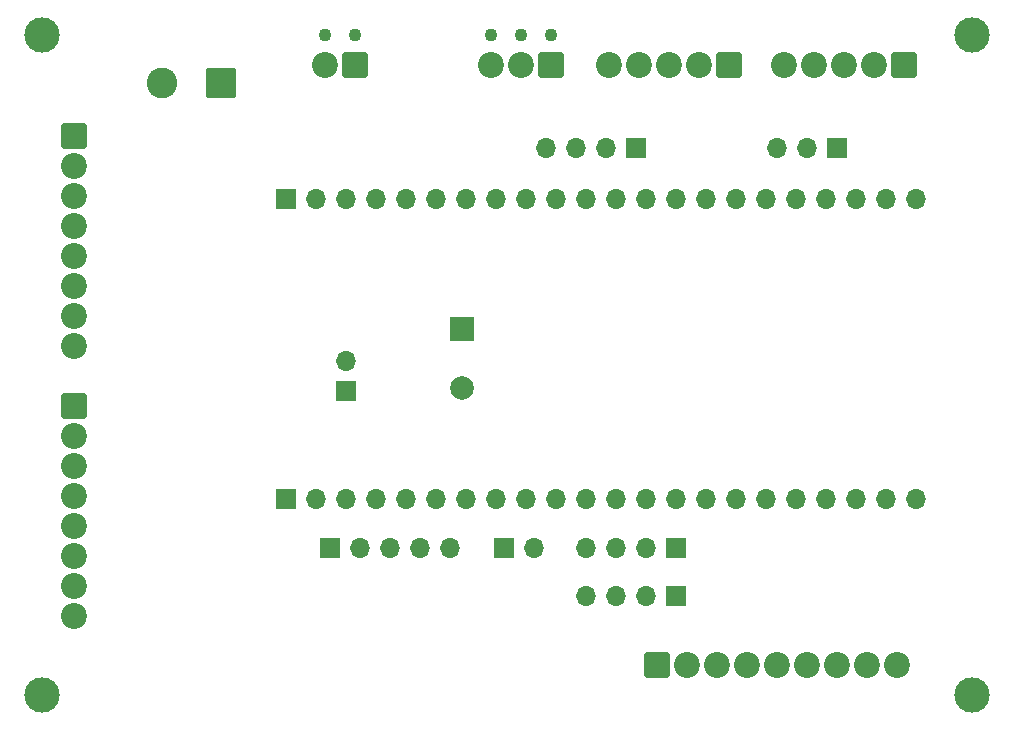
<source format=gbr>
%TF.GenerationSoftware,KiCad,Pcbnew,9.0.0*%
%TF.CreationDate,2025-03-28T17:52:31-06:00*%
%TF.ProjectId,Dark_Passenger_Base_MCU,4461726b-5f50-4617-9373-656e6765725f,1.0*%
%TF.SameCoordinates,Original*%
%TF.FileFunction,Soldermask,Bot*%
%TF.FilePolarity,Negative*%
%FSLAX46Y46*%
G04 Gerber Fmt 4.6, Leading zero omitted, Abs format (unit mm)*
G04 Created by KiCad (PCBNEW 9.0.0) date 2025-03-28 17:52:31*
%MOMM*%
%LPD*%
G01*
G04 APERTURE LIST*
G04 Aperture macros list*
%AMRoundRect*
0 Rectangle with rounded corners*
0 $1 Rounding radius*
0 $2 $3 $4 $5 $6 $7 $8 $9 X,Y pos of 4 corners*
0 Add a 4 corners polygon primitive as box body*
4,1,4,$2,$3,$4,$5,$6,$7,$8,$9,$2,$3,0*
0 Add four circle primitives for the rounded corners*
1,1,$1+$1,$2,$3*
1,1,$1+$1,$4,$5*
1,1,$1+$1,$6,$7*
1,1,$1+$1,$8,$9*
0 Add four rect primitives between the rounded corners*
20,1,$1+$1,$2,$3,$4,$5,0*
20,1,$1+$1,$4,$5,$6,$7,0*
20,1,$1+$1,$6,$7,$8,$9,0*
20,1,$1+$1,$8,$9,$2,$3,0*%
G04 Aperture macros list end*
%ADD10R,1.700000X1.700000*%
%ADD11O,1.700000X1.700000*%
%ADD12C,3.000000*%
%ADD13RoundRect,0.249999X-0.850001X0.850001X-0.850001X-0.850001X0.850001X-0.850001X0.850001X0.850001X0*%
%ADD14C,2.200000*%
%ADD15RoundRect,0.249999X-0.850001X-0.850001X0.850001X-0.850001X0.850001X0.850001X-0.850001X0.850001X0*%
%ADD16C,1.100000*%
%ADD17RoundRect,0.249999X0.850001X0.850001X-0.850001X0.850001X-0.850001X-0.850001X0.850001X-0.850001X0*%
%ADD18R,2.000000X2.000000*%
%ADD19C,2.000000*%
%ADD20RoundRect,0.250000X1.050000X1.050000X-1.050000X1.050000X-1.050000X-1.050000X1.050000X-1.050000X0*%
%ADD21C,2.600000*%
G04 APERTURE END LIST*
D10*
%TO.C,J13*%
X113919200Y-78841600D03*
D11*
X116459200Y-78841600D03*
X118999200Y-78841600D03*
X121539200Y-78841600D03*
X124079200Y-78841600D03*
%TD*%
D10*
%TO.C,J1*%
X110160000Y-74700000D03*
D11*
X112700000Y-74700000D03*
X115240000Y-74700000D03*
X117780000Y-74700000D03*
X120320000Y-74700000D03*
X122860000Y-74700000D03*
X125400000Y-74700000D03*
X127940000Y-74700000D03*
X130480000Y-74700000D03*
X133020000Y-74700000D03*
X135560000Y-74700000D03*
X138100000Y-74700000D03*
X140640000Y-74700000D03*
X143180000Y-74700000D03*
X145720000Y-74700000D03*
X148260000Y-74700000D03*
X150800000Y-74700000D03*
X153340000Y-74700000D03*
X155880000Y-74700000D03*
X158420000Y-74700000D03*
X160960000Y-74700000D03*
X163500000Y-74700000D03*
%TD*%
D12*
%TO.C,H3*%
X89500000Y-91300000D03*
%TD*%
D10*
%TO.C,J11*%
X143230600Y-82931000D03*
D11*
X140690600Y-82931000D03*
X138150600Y-82931000D03*
X135610600Y-82931000D03*
%TD*%
D12*
%TO.C,H4*%
X168240000Y-91300000D03*
%TD*%
D13*
%TO.C,J15*%
X92227600Y-43992800D03*
D14*
X92227600Y-46532800D03*
X92227600Y-49072800D03*
X92227600Y-51612800D03*
X92227600Y-54152800D03*
X92227600Y-56692800D03*
X92227600Y-59232800D03*
X92227600Y-61772800D03*
%TD*%
D10*
%TO.C,J16*%
X115240000Y-65532000D03*
D11*
X115240000Y-62992000D03*
%TD*%
D15*
%TO.C,J18*%
X141600000Y-88800000D03*
D14*
X144140000Y-88800000D03*
X146680000Y-88800000D03*
X149220000Y-88800000D03*
X151760000Y-88800000D03*
X154300000Y-88800000D03*
X156840000Y-88800000D03*
X159380000Y-88800000D03*
X161920000Y-88800000D03*
%TD*%
D12*
%TO.C,H2*%
X168240000Y-35420000D03*
%TD*%
D10*
%TO.C,J2*%
X110160000Y-49300000D03*
D11*
X112700000Y-49300000D03*
X115240000Y-49300000D03*
X117780000Y-49300000D03*
X120320000Y-49300000D03*
X122860000Y-49300000D03*
X125400000Y-49300000D03*
X127940000Y-49300000D03*
X130480000Y-49300000D03*
X133020000Y-49300000D03*
X135560000Y-49300000D03*
X138100000Y-49300000D03*
X140640000Y-49300000D03*
X143180000Y-49300000D03*
X145720000Y-49300000D03*
X148260000Y-49300000D03*
X150800000Y-49300000D03*
X153340000Y-49300000D03*
X155880000Y-49300000D03*
X158420000Y-49300000D03*
X160960000Y-49300000D03*
X163500000Y-49300000D03*
%TD*%
D10*
%TO.C,J10*%
X143230600Y-78841600D03*
D11*
X140690600Y-78841600D03*
X138150600Y-78841600D03*
X135610600Y-78841600D03*
%TD*%
D16*
%TO.C,J4*%
X132624600Y-35460000D03*
X130084600Y-35460000D03*
X127544600Y-35460000D03*
D17*
X132624600Y-38000000D03*
D14*
X130084600Y-38000000D03*
X127544600Y-38000000D03*
%TD*%
D18*
%TO.C,C1*%
X125090781Y-60335600D03*
D19*
X125090781Y-65335600D03*
%TD*%
D10*
%TO.C,J12*%
X156799280Y-44998640D03*
D11*
X154259280Y-44998640D03*
X151719280Y-44998640D03*
%TD*%
D17*
%TO.C,J7*%
X147684600Y-38000000D03*
D14*
X145144600Y-38000000D03*
X142604600Y-38000000D03*
X140064600Y-38000000D03*
X137524600Y-38000000D03*
%TD*%
D10*
%TO.C,J9*%
X128620720Y-78841600D03*
D11*
X131160720Y-78841600D03*
%TD*%
D13*
%TO.C,J14*%
X92227600Y-66852800D03*
D14*
X92227600Y-69392800D03*
X92227600Y-71932800D03*
X92227600Y-74472800D03*
X92227600Y-77012800D03*
X92227600Y-79552800D03*
X92227600Y-82092800D03*
X92227600Y-84632800D03*
%TD*%
D17*
%TO.C,J6*%
X162458600Y-38000000D03*
D14*
X159918600Y-38000000D03*
X157378600Y-38000000D03*
X154838600Y-38000000D03*
X152298600Y-38000000D03*
%TD*%
D10*
%TO.C,J8*%
X139799060Y-44998640D03*
D11*
X137259060Y-44998640D03*
X134719060Y-44998640D03*
X132179060Y-44998640D03*
%TD*%
D12*
%TO.C,H1*%
X89500000Y-35420000D03*
%TD*%
D16*
%TO.C,J3*%
X116000000Y-35460000D03*
X113460000Y-35460000D03*
D17*
X116000000Y-38000000D03*
D14*
X113460000Y-38000000D03*
%TD*%
D20*
%TO.C,J5*%
X104700000Y-39527500D03*
D21*
X99700000Y-39527500D03*
%TD*%
M02*

</source>
